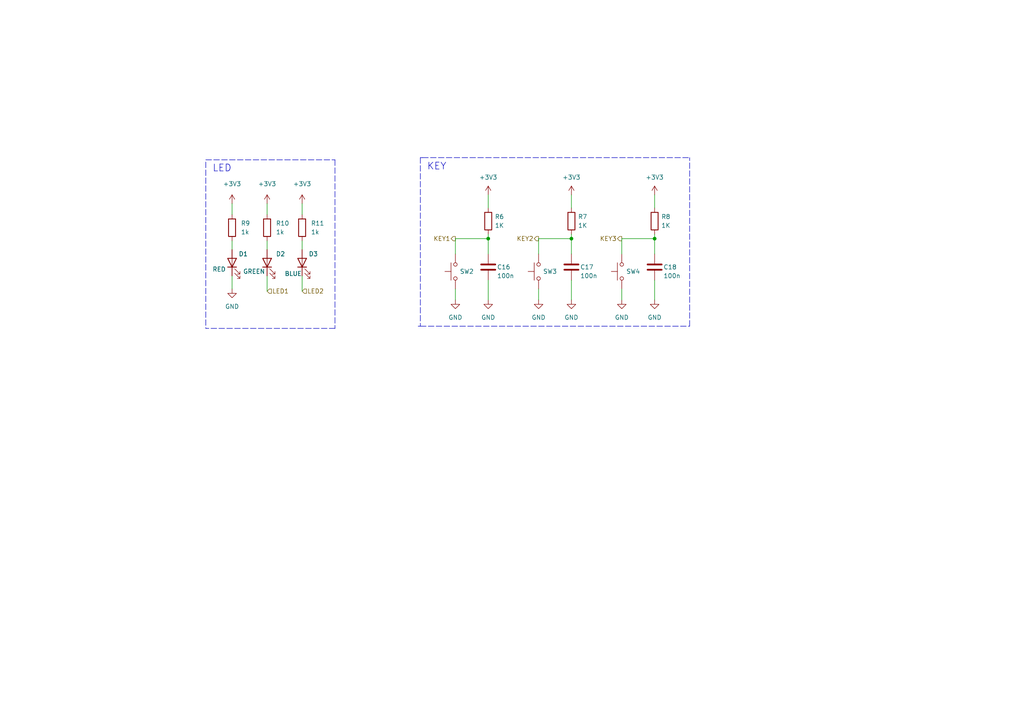
<source format=kicad_sch>
(kicad_sch (version 20211123) (generator eeschema)

  (uuid 3bb22b1b-d99a-466c-a1d2-5e77d488c794)

  (paper "A4")

  (lib_symbols
    (symbol "Device:C" (pin_numbers hide) (pin_names (offset 0.254)) (in_bom yes) (on_board yes)
      (property "Reference" "C" (id 0) (at 0.635 2.54 0)
        (effects (font (size 1.27 1.27)) (justify left))
      )
      (property "Value" "C" (id 1) (at 0.635 -2.54 0)
        (effects (font (size 1.27 1.27)) (justify left))
      )
      (property "Footprint" "" (id 2) (at 0.9652 -3.81 0)
        (effects (font (size 1.27 1.27)) hide)
      )
      (property "Datasheet" "~" (id 3) (at 0 0 0)
        (effects (font (size 1.27 1.27)) hide)
      )
      (property "ki_keywords" "cap capacitor" (id 4) (at 0 0 0)
        (effects (font (size 1.27 1.27)) hide)
      )
      (property "ki_description" "Unpolarized capacitor" (id 5) (at 0 0 0)
        (effects (font (size 1.27 1.27)) hide)
      )
      (property "ki_fp_filters" "C_*" (id 6) (at 0 0 0)
        (effects (font (size 1.27 1.27)) hide)
      )
      (symbol "C_0_1"
        (polyline
          (pts
            (xy -2.032 -0.762)
            (xy 2.032 -0.762)
          )
          (stroke (width 0.508) (type default) (color 0 0 0 0))
          (fill (type none))
        )
        (polyline
          (pts
            (xy -2.032 0.762)
            (xy 2.032 0.762)
          )
          (stroke (width 0.508) (type default) (color 0 0 0 0))
          (fill (type none))
        )
      )
      (symbol "C_1_1"
        (pin passive line (at 0 3.81 270) (length 2.794)
          (name "~" (effects (font (size 1.27 1.27))))
          (number "1" (effects (font (size 1.27 1.27))))
        )
        (pin passive line (at 0 -3.81 90) (length 2.794)
          (name "~" (effects (font (size 1.27 1.27))))
          (number "2" (effects (font (size 1.27 1.27))))
        )
      )
    )
    (symbol "Device:LED" (pin_numbers hide) (pin_names (offset 1.016) hide) (in_bom yes) (on_board yes)
      (property "Reference" "D" (id 0) (at 0 2.54 0)
        (effects (font (size 1.27 1.27)))
      )
      (property "Value" "LED" (id 1) (at 0 -2.54 0)
        (effects (font (size 1.27 1.27)))
      )
      (property "Footprint" "" (id 2) (at 0 0 0)
        (effects (font (size 1.27 1.27)) hide)
      )
      (property "Datasheet" "~" (id 3) (at 0 0 0)
        (effects (font (size 1.27 1.27)) hide)
      )
      (property "ki_keywords" "LED diode" (id 4) (at 0 0 0)
        (effects (font (size 1.27 1.27)) hide)
      )
      (property "ki_description" "Light emitting diode" (id 5) (at 0 0 0)
        (effects (font (size 1.27 1.27)) hide)
      )
      (property "ki_fp_filters" "LED* LED_SMD:* LED_THT:*" (id 6) (at 0 0 0)
        (effects (font (size 1.27 1.27)) hide)
      )
      (symbol "LED_0_1"
        (polyline
          (pts
            (xy -1.27 -1.27)
            (xy -1.27 1.27)
          )
          (stroke (width 0.254) (type default) (color 0 0 0 0))
          (fill (type none))
        )
        (polyline
          (pts
            (xy -1.27 0)
            (xy 1.27 0)
          )
          (stroke (width 0) (type default) (color 0 0 0 0))
          (fill (type none))
        )
        (polyline
          (pts
            (xy 1.27 -1.27)
            (xy 1.27 1.27)
            (xy -1.27 0)
            (xy 1.27 -1.27)
          )
          (stroke (width 0.254) (type default) (color 0 0 0 0))
          (fill (type none))
        )
        (polyline
          (pts
            (xy -3.048 -0.762)
            (xy -4.572 -2.286)
            (xy -3.81 -2.286)
            (xy -4.572 -2.286)
            (xy -4.572 -1.524)
          )
          (stroke (width 0) (type default) (color 0 0 0 0))
          (fill (type none))
        )
        (polyline
          (pts
            (xy -1.778 -0.762)
            (xy -3.302 -2.286)
            (xy -2.54 -2.286)
            (xy -3.302 -2.286)
            (xy -3.302 -1.524)
          )
          (stroke (width 0) (type default) (color 0 0 0 0))
          (fill (type none))
        )
      )
      (symbol "LED_1_1"
        (pin passive line (at -3.81 0 0) (length 2.54)
          (name "K" (effects (font (size 1.27 1.27))))
          (number "1" (effects (font (size 1.27 1.27))))
        )
        (pin passive line (at 3.81 0 180) (length 2.54)
          (name "A" (effects (font (size 1.27 1.27))))
          (number "2" (effects (font (size 1.27 1.27))))
        )
      )
    )
    (symbol "Device:R" (pin_numbers hide) (pin_names (offset 0)) (in_bom yes) (on_board yes)
      (property "Reference" "R" (id 0) (at 2.032 0 90)
        (effects (font (size 1.27 1.27)))
      )
      (property "Value" "R" (id 1) (at 0 0 90)
        (effects (font (size 1.27 1.27)))
      )
      (property "Footprint" "" (id 2) (at -1.778 0 90)
        (effects (font (size 1.27 1.27)) hide)
      )
      (property "Datasheet" "~" (id 3) (at 0 0 0)
        (effects (font (size 1.27 1.27)) hide)
      )
      (property "ki_keywords" "R res resistor" (id 4) (at 0 0 0)
        (effects (font (size 1.27 1.27)) hide)
      )
      (property "ki_description" "Resistor" (id 5) (at 0 0 0)
        (effects (font (size 1.27 1.27)) hide)
      )
      (property "ki_fp_filters" "R_*" (id 6) (at 0 0 0)
        (effects (font (size 1.27 1.27)) hide)
      )
      (symbol "R_0_1"
        (rectangle (start -1.016 -2.54) (end 1.016 2.54)
          (stroke (width 0.254) (type default) (color 0 0 0 0))
          (fill (type none))
        )
      )
      (symbol "R_1_1"
        (pin passive line (at 0 3.81 270) (length 1.27)
          (name "~" (effects (font (size 1.27 1.27))))
          (number "1" (effects (font (size 1.27 1.27))))
        )
        (pin passive line (at 0 -3.81 90) (length 1.27)
          (name "~" (effects (font (size 1.27 1.27))))
          (number "2" (effects (font (size 1.27 1.27))))
        )
      )
    )
    (symbol "Switch:SW_Push" (pin_numbers hide) (pin_names (offset 1.016) hide) (in_bom yes) (on_board yes)
      (property "Reference" "SW" (id 0) (at 1.27 2.54 0)
        (effects (font (size 1.27 1.27)) (justify left))
      )
      (property "Value" "SW_Push" (id 1) (at 0 -1.524 0)
        (effects (font (size 1.27 1.27)))
      )
      (property "Footprint" "" (id 2) (at 0 5.08 0)
        (effects (font (size 1.27 1.27)) hide)
      )
      (property "Datasheet" "~" (id 3) (at 0 5.08 0)
        (effects (font (size 1.27 1.27)) hide)
      )
      (property "ki_keywords" "switch normally-open pushbutton push-button" (id 4) (at 0 0 0)
        (effects (font (size 1.27 1.27)) hide)
      )
      (property "ki_description" "Push button switch, generic, two pins" (id 5) (at 0 0 0)
        (effects (font (size 1.27 1.27)) hide)
      )
      (symbol "SW_Push_0_1"
        (circle (center -2.032 0) (radius 0.508)
          (stroke (width 0) (type default) (color 0 0 0 0))
          (fill (type none))
        )
        (polyline
          (pts
            (xy 0 1.27)
            (xy 0 3.048)
          )
          (stroke (width 0) (type default) (color 0 0 0 0))
          (fill (type none))
        )
        (polyline
          (pts
            (xy 2.54 1.27)
            (xy -2.54 1.27)
          )
          (stroke (width 0) (type default) (color 0 0 0 0))
          (fill (type none))
        )
        (circle (center 2.032 0) (radius 0.508)
          (stroke (width 0) (type default) (color 0 0 0 0))
          (fill (type none))
        )
        (pin passive line (at -5.08 0 0) (length 2.54)
          (name "1" (effects (font (size 1.27 1.27))))
          (number "1" (effects (font (size 1.27 1.27))))
        )
        (pin passive line (at 5.08 0 180) (length 2.54)
          (name "2" (effects (font (size 1.27 1.27))))
          (number "2" (effects (font (size 1.27 1.27))))
        )
      )
    )
    (symbol "power:+3V3" (power) (pin_names (offset 0)) (in_bom yes) (on_board yes)
      (property "Reference" "#PWR" (id 0) (at 0 -3.81 0)
        (effects (font (size 1.27 1.27)) hide)
      )
      (property "Value" "+3V3" (id 1) (at 0 3.556 0)
        (effects (font (size 1.27 1.27)))
      )
      (property "Footprint" "" (id 2) (at 0 0 0)
        (effects (font (size 1.27 1.27)) hide)
      )
      (property "Datasheet" "" (id 3) (at 0 0 0)
        (effects (font (size 1.27 1.27)) hide)
      )
      (property "ki_keywords" "power-flag" (id 4) (at 0 0 0)
        (effects (font (size 1.27 1.27)) hide)
      )
      (property "ki_description" "Power symbol creates a global label with name \"+3V3\"" (id 5) (at 0 0 0)
        (effects (font (size 1.27 1.27)) hide)
      )
      (symbol "+3V3_0_1"
        (polyline
          (pts
            (xy -0.762 1.27)
            (xy 0 2.54)
          )
          (stroke (width 0) (type default) (color 0 0 0 0))
          (fill (type none))
        )
        (polyline
          (pts
            (xy 0 0)
            (xy 0 2.54)
          )
          (stroke (width 0) (type default) (color 0 0 0 0))
          (fill (type none))
        )
        (polyline
          (pts
            (xy 0 2.54)
            (xy 0.762 1.27)
          )
          (stroke (width 0) (type default) (color 0 0 0 0))
          (fill (type none))
        )
      )
      (symbol "+3V3_1_1"
        (pin power_in line (at 0 0 90) (length 0) hide
          (name "+3V3" (effects (font (size 1.27 1.27))))
          (number "1" (effects (font (size 1.27 1.27))))
        )
      )
    )
    (symbol "power:GND" (power) (pin_names (offset 0)) (in_bom yes) (on_board yes)
      (property "Reference" "#PWR" (id 0) (at 0 -6.35 0)
        (effects (font (size 1.27 1.27)) hide)
      )
      (property "Value" "GND" (id 1) (at 0 -3.81 0)
        (effects (font (size 1.27 1.27)))
      )
      (property "Footprint" "" (id 2) (at 0 0 0)
        (effects (font (size 1.27 1.27)) hide)
      )
      (property "Datasheet" "" (id 3) (at 0 0 0)
        (effects (font (size 1.27 1.27)) hide)
      )
      (property "ki_keywords" "power-flag" (id 4) (at 0 0 0)
        (effects (font (size 1.27 1.27)) hide)
      )
      (property "ki_description" "Power symbol creates a global label with name \"GND\" , ground" (id 5) (at 0 0 0)
        (effects (font (size 1.27 1.27)) hide)
      )
      (symbol "GND_0_1"
        (polyline
          (pts
            (xy 0 0)
            (xy 0 -1.27)
            (xy 1.27 -1.27)
            (xy 0 -2.54)
            (xy -1.27 -1.27)
            (xy 0 -1.27)
          )
          (stroke (width 0) (type default) (color 0 0 0 0))
          (fill (type none))
        )
      )
      (symbol "GND_1_1"
        (pin power_in line (at 0 0 270) (length 0) hide
          (name "GND" (effects (font (size 1.27 1.27))))
          (number "1" (effects (font (size 1.27 1.27))))
        )
      )
    )
  )

  (junction (at 165.735 69.215) (diameter 0) (color 0 0 0 0)
    (uuid 1fdefb8b-896a-4f71-b831-fae68296a239)
  )
  (junction (at 141.605 69.215) (diameter 0) (color 0 0 0 0)
    (uuid 8e38dc31-0600-40bc-9796-f268e2a415ce)
  )
  (junction (at 189.865 69.215) (diameter 0) (color 0 0 0 0)
    (uuid be160edb-dced-44cd-9bdc-e6cbe27eb4eb)
  )

  (wire (pts (xy 141.605 56.515) (xy 141.605 60.325))
    (stroke (width 0) (type default) (color 0 0 0 0))
    (uuid 0c90165f-b9d7-4a1e-a3ad-2a9b2a13aa11)
  )
  (wire (pts (xy 180.34 83.82) (xy 180.34 86.995))
    (stroke (width 0) (type default) (color 0 0 0 0))
    (uuid 152517e0-064f-4b0a-b776-adff334e1fd4)
  )
  (wire (pts (xy 141.605 69.215) (xy 141.605 73.66))
    (stroke (width 0) (type default) (color 0 0 0 0))
    (uuid 1e6c0fef-9dc2-4036-9ec8-d5a59bad071e)
  )
  (wire (pts (xy 141.605 81.28) (xy 141.605 86.995))
    (stroke (width 0) (type default) (color 0 0 0 0))
    (uuid 1eb98762-100a-41d3-8c1c-61a38e38d82d)
  )
  (wire (pts (xy 87.63 80.01) (xy 87.63 84.455))
    (stroke (width 0) (type default) (color 0 0 0 0))
    (uuid 1f8cdc36-617d-4bd6-855b-8ef19c87b1a8)
  )
  (wire (pts (xy 156.21 69.215) (xy 165.735 69.215))
    (stroke (width 0) (type default) (color 0 0 0 0))
    (uuid 201e781e-9706-4f47-b8f8-1dff4d65f995)
  )
  (wire (pts (xy 180.34 69.215) (xy 180.34 73.66))
    (stroke (width 0) (type default) (color 0 0 0 0))
    (uuid 2b7704f5-9a7a-40df-94c0-5ee49c1188bc)
  )
  (wire (pts (xy 156.21 69.215) (xy 156.21 73.66))
    (stroke (width 0) (type default) (color 0 0 0 0))
    (uuid 2be292d3-b10c-4bc0-8826-39f655fed5cf)
  )
  (wire (pts (xy 132.08 69.215) (xy 132.08 73.66))
    (stroke (width 0) (type default) (color 0 0 0 0))
    (uuid 324fc4f0-45dd-41a2-9196-c0d379ad5ff1)
  )
  (wire (pts (xy 189.865 69.215) (xy 189.865 73.66))
    (stroke (width 0) (type default) (color 0 0 0 0))
    (uuid 374f3ae4-5903-4ff4-84ba-ced24424ce13)
  )
  (wire (pts (xy 132.08 83.82) (xy 132.08 86.995))
    (stroke (width 0) (type default) (color 0 0 0 0))
    (uuid 381e1637-6f96-43d1-9bfa-1be7010e2ebe)
  )
  (wire (pts (xy 165.735 56.515) (xy 165.735 60.325))
    (stroke (width 0) (type default) (color 0 0 0 0))
    (uuid 3934ce71-6114-4ad1-aa9f-e8ded88ea937)
  )
  (wire (pts (xy 189.865 81.28) (xy 189.865 86.995))
    (stroke (width 0) (type default) (color 0 0 0 0))
    (uuid 3d3cd56a-e1a3-41a5-a602-d85b01739363)
  )
  (polyline (pts (xy 122.555 45.72) (xy 200.025 45.72))
    (stroke (width 0) (type default) (color 0 0 0 0))
    (uuid 3e11bc5e-193c-4b97-a7de-c70ff5984ca1)
  )

  (wire (pts (xy 87.63 59.055) (xy 87.63 62.23))
    (stroke (width 0) (type default) (color 0 0 0 0))
    (uuid 3fe7be0d-3c36-4744-ab8e-2ad555842819)
  )
  (wire (pts (xy 67.31 69.85) (xy 67.31 72.39))
    (stroke (width 0) (type default) (color 0 0 0 0))
    (uuid 3ff5adc6-7942-478c-b89f-df0a5f0dcd95)
  )
  (polyline (pts (xy 59.69 46.355) (xy 97.155 46.355))
    (stroke (width 0) (type default) (color 0 0 0 0))
    (uuid 42a4f87b-6e60-4306-8f1f-04493594d5ab)
  )
  (polyline (pts (xy 97.155 95.25) (xy 59.69 95.25))
    (stroke (width 0) (type default) (color 0 0 0 0))
    (uuid 46841187-df5d-4ea3-a743-6d9bc7f7481a)
  )
  (polyline (pts (xy 121.92 45.72) (xy 122.555 45.72))
    (stroke (width 0) (type default) (color 0 0 0 0))
    (uuid 521f6587-1029-4848-9970-c275aab2dcd9)
  )

  (wire (pts (xy 165.735 67.945) (xy 165.735 69.215))
    (stroke (width 0) (type default) (color 0 0 0 0))
    (uuid 5d06b8d4-7913-4d41-b9d1-5426a359c754)
  )
  (wire (pts (xy 141.605 67.945) (xy 141.605 69.215))
    (stroke (width 0) (type default) (color 0 0 0 0))
    (uuid 5d497c96-2067-4428-9551-cc2892dd2a85)
  )
  (wire (pts (xy 67.31 80.01) (xy 67.31 83.82))
    (stroke (width 0) (type default) (color 0 0 0 0))
    (uuid 60f3f702-090d-43f5-996a-108e8f28b3c2)
  )
  (polyline (pts (xy 121.285 94.615) (xy 121.92 94.615))
    (stroke (width 0) (type default) (color 0 0 0 0))
    (uuid 6de9435f-f833-4c0f-805c-27c3ae1c99ab)
  )

  (wire (pts (xy 132.08 69.215) (xy 141.605 69.215))
    (stroke (width 0) (type default) (color 0 0 0 0))
    (uuid 74fbaf21-39ae-4423-82db-8b465dba5409)
  )
  (polyline (pts (xy 97.155 46.355) (xy 97.155 95.25))
    (stroke (width 0) (type default) (color 0 0 0 0))
    (uuid 81251120-9f23-4a9a-a2d3-288afd8511ed)
  )

  (wire (pts (xy 165.735 81.28) (xy 165.735 86.995))
    (stroke (width 0) (type default) (color 0 0 0 0))
    (uuid 855911cf-52e1-4eb3-a923-e83e4edc2f0e)
  )
  (polyline (pts (xy 200.025 94.615) (xy 200.025 45.72))
    (stroke (width 0) (type default) (color 0 0 0 0))
    (uuid 9930cee6-53c7-4e69-9334-aff8a2f44a61)
  )
  (polyline (pts (xy 121.92 45.72) (xy 121.92 94.615))
    (stroke (width 0) (type default) (color 0 0 0 0))
    (uuid 9a9eca1f-389a-4d47-b884-cb11d1499055)
  )

  (wire (pts (xy 87.63 69.85) (xy 87.63 72.39))
    (stroke (width 0) (type default) (color 0 0 0 0))
    (uuid 9d740bbc-a8fa-47d3-8c07-32dae4ccdd5f)
  )
  (polyline (pts (xy 121.92 94.615) (xy 200.025 94.615))
    (stroke (width 0) (type default) (color 0 0 0 0))
    (uuid a1de0736-2b02-4e56-8a90-374132a876b4)
  )

  (wire (pts (xy 165.735 69.215) (xy 165.735 73.66))
    (stroke (width 0) (type default) (color 0 0 0 0))
    (uuid a5433a69-ee05-4cd4-aad0-f3b196a32d3d)
  )
  (wire (pts (xy 67.31 59.055) (xy 67.31 62.23))
    (stroke (width 0) (type default) (color 0 0 0 0))
    (uuid afb264a8-a8f1-430e-a85c-6a1138fcae1a)
  )
  (wire (pts (xy 77.47 80.01) (xy 77.47 84.455))
    (stroke (width 0) (type default) (color 0 0 0 0))
    (uuid c084f09e-a3e9-48fe-a50a-4b96279fe223)
  )
  (wire (pts (xy 189.865 67.945) (xy 189.865 69.215))
    (stroke (width 0) (type default) (color 0 0 0 0))
    (uuid c3ffe89b-b212-4916-9846-10b13852fa3e)
  )
  (wire (pts (xy 189.865 56.515) (xy 189.865 60.325))
    (stroke (width 0) (type default) (color 0 0 0 0))
    (uuid c73a2ca0-33b7-4dd4-9916-995f483c7c94)
  )
  (wire (pts (xy 77.47 69.85) (xy 77.47 72.39))
    (stroke (width 0) (type default) (color 0 0 0 0))
    (uuid cc7f804c-e8dd-4a68-a2da-ff64ade2aabb)
  )
  (wire (pts (xy 156.21 83.82) (xy 156.21 86.995))
    (stroke (width 0) (type default) (color 0 0 0 0))
    (uuid d7e3203a-ce71-4b74-868e-a93fcad8e0e4)
  )
  (wire (pts (xy 77.47 59.055) (xy 77.47 62.23))
    (stroke (width 0) (type default) (color 0 0 0 0))
    (uuid de6df302-b722-4d1f-a4ef-1a08ca1921eb)
  )
  (polyline (pts (xy 59.69 46.99) (xy 59.69 95.25))
    (stroke (width 0) (type default) (color 0 0 0 0))
    (uuid efcd4024-508c-48e2-9568-1352800648a9)
  )

  (wire (pts (xy 180.34 69.215) (xy 189.865 69.215))
    (stroke (width 0) (type default) (color 0 0 0 0))
    (uuid f7e8ecb2-3b6b-475e-b49d-aaa09765d32d)
  )

  (text "KEY" (at 123.825 49.53 0)
    (effects (font (size 2 2)) (justify left bottom))
    (uuid ced3cdb3-40ee-4978-bc0e-08fdc431ce78)
  )
  (text "LED\n\n\n" (at 61.595 56.515 0)
    (effects (font (size 2 2)) (justify left bottom))
    (uuid e04c7dd0-007f-497e-8ad0-6f9cf1a58739)
  )

  (hierarchical_label "LED2" (shape input) (at 87.63 84.455 0)
    (effects (font (size 1.27 1.27)) (justify left))
    (uuid 244ca16c-0227-40d1-a9c7-4dc1037d384a)
  )
  (hierarchical_label "KEY2" (shape output) (at 156.21 69.215 180)
    (effects (font (size 1.27 1.27)) (justify right))
    (uuid 5684a898-3703-41cd-976f-d8780cfd25af)
  )
  (hierarchical_label "LED1" (shape input) (at 77.47 84.455 0)
    (effects (font (size 1.27 1.27)) (justify left))
    (uuid 785263e1-64fa-401c-95a0-ed9863af97c0)
  )
  (hierarchical_label "KEY1" (shape output) (at 132.08 69.215 180)
    (effects (font (size 1.27 1.27)) (justify right))
    (uuid 79e7a407-9976-4c17-a65f-cc8b8b665d22)
  )
  (hierarchical_label "KEY3" (shape output) (at 180.34 69.215 180)
    (effects (font (size 1.27 1.27)) (justify right))
    (uuid cb8a2355-606c-4372-b74b-b3ad456b783a)
  )

  (symbol (lib_id "Device:C") (at 141.605 77.47 0) (unit 1)
    (in_bom yes) (on_board yes)
    (uuid 016c9176-eb2e-47f7-b011-41637061e4c8)
    (property "Reference" "C16" (id 0) (at 144.145 77.47 0)
      (effects (font (size 1.27 1.27)) (justify left))
    )
    (property "Value" "100n" (id 1) (at 144.145 80.01 0)
      (effects (font (size 1.27 1.27)) (justify left))
    )
    (property "Footprint" "" (id 2) (at 142.5702 81.28 0)
      (effects (font (size 1.27 1.27)) hide)
    )
    (property "Datasheet" "~" (id 3) (at 141.605 77.47 0)
      (effects (font (size 1.27 1.27)) hide)
    )
    (pin "1" (uuid c0b493cf-d3f5-449d-b185-55d2e42b7c49))
    (pin "2" (uuid f271494b-d9f9-48cb-9073-7a346df7fe67))
  )

  (symbol (lib_id "power:+3V3") (at 189.865 56.515 0) (unit 1)
    (in_bom yes) (on_board yes) (fields_autoplaced)
    (uuid 06ff20ac-41d2-4cba-add0-1d2368db89d0)
    (property "Reference" "#PWR0130" (id 0) (at 189.865 60.325 0)
      (effects (font (size 1.27 1.27)) hide)
    )
    (property "Value" "+3V3" (id 1) (at 189.865 51.435 0))
    (property "Footprint" "" (id 2) (at 189.865 56.515 0)
      (effects (font (size 1.27 1.27)) hide)
    )
    (property "Datasheet" "" (id 3) (at 189.865 56.515 0)
      (effects (font (size 1.27 1.27)) hide)
    )
    (pin "1" (uuid 03299697-4fba-44b6-b116-d1f746fd156c))
  )

  (symbol (lib_id "power:GND") (at 141.605 86.995 0) (unit 1)
    (in_bom yes) (on_board yes) (fields_autoplaced)
    (uuid 0bd7964d-3ca3-4c74-a5b3-0c2a1941f95b)
    (property "Reference" "#PWR0135" (id 0) (at 141.605 93.345 0)
      (effects (font (size 1.27 1.27)) hide)
    )
    (property "Value" "GND" (id 1) (at 141.605 92.075 0))
    (property "Footprint" "" (id 2) (at 141.605 86.995 0)
      (effects (font (size 1.27 1.27)) hide)
    )
    (property "Datasheet" "" (id 3) (at 141.605 86.995 0)
      (effects (font (size 1.27 1.27)) hide)
    )
    (pin "1" (uuid b715a8d7-afd3-45aa-8884-9a61da5ed0c4))
  )

  (symbol (lib_id "Device:R") (at 189.865 64.135 0) (unit 1)
    (in_bom yes) (on_board yes) (fields_autoplaced)
    (uuid 0ef21663-473d-43f9-9d00-baa45ac1ac28)
    (property "Reference" "R8" (id 0) (at 191.77 62.8649 0)
      (effects (font (size 1.27 1.27)) (justify left))
    )
    (property "Value" "1K" (id 1) (at 191.77 65.4049 0)
      (effects (font (size 1.27 1.27)) (justify left))
    )
    (property "Footprint" "" (id 2) (at 188.087 64.135 90)
      (effects (font (size 1.27 1.27)) hide)
    )
    (property "Datasheet" "~" (id 3) (at 189.865 64.135 0)
      (effects (font (size 1.27 1.27)) hide)
    )
    (pin "1" (uuid 61e99078-8fe5-4fd8-b168-5e2463dfc99c))
    (pin "2" (uuid abda182a-d843-4116-b1fb-802eeaf69299))
  )

  (symbol (lib_id "Device:LED") (at 67.31 76.2 90) (unit 1)
    (in_bom yes) (on_board yes)
    (uuid 17517155-4093-4a6b-94ac-cbaab8caa168)
    (property "Reference" "D1" (id 0) (at 69.215 73.66 90)
      (effects (font (size 1.27 1.27)) (justify right))
    )
    (property "Value" "RED" (id 1) (at 61.595 78.105 90)
      (effects (font (size 1.27 1.27)) (justify right))
    )
    (property "Footprint" "" (id 2) (at 67.31 76.2 0)
      (effects (font (size 1.27 1.27)) hide)
    )
    (property "Datasheet" "~" (id 3) (at 67.31 76.2 0)
      (effects (font (size 1.27 1.27)) hide)
    )
    (pin "1" (uuid 0e67d733-749e-4004-ae2d-b1a7bd1c1537))
    (pin "2" (uuid 3d3ce7c3-6e54-4ec4-84e6-dd7700f0720e))
  )

  (symbol (lib_id "Device:LED") (at 87.63 76.2 90) (unit 1)
    (in_bom yes) (on_board yes)
    (uuid 18454330-0d18-4041-bc8a-afd14b16bd15)
    (property "Reference" "D3" (id 0) (at 89.535 73.66 90)
      (effects (font (size 1.27 1.27)) (justify right))
    )
    (property "Value" "BLUE" (id 1) (at 82.55 79.375 90)
      (effects (font (size 1.27 1.27)) (justify right))
    )
    (property "Footprint" "" (id 2) (at 87.63 76.2 0)
      (effects (font (size 1.27 1.27)) hide)
    )
    (property "Datasheet" "~" (id 3) (at 87.63 76.2 0)
      (effects (font (size 1.27 1.27)) hide)
    )
    (pin "1" (uuid f6591b48-3f33-4ff7-8f31-3c7f40022d69))
    (pin "2" (uuid 2b92b5c2-e5cd-462e-8144-e1ba2751759a))
  )

  (symbol (lib_id "power:+3V3") (at 141.605 56.515 0) (unit 1)
    (in_bom yes) (on_board yes) (fields_autoplaced)
    (uuid 1d6a2c09-f49f-49a1-93cf-3d876cae824a)
    (property "Reference" "#PWR0131" (id 0) (at 141.605 60.325 0)
      (effects (font (size 1.27 1.27)) hide)
    )
    (property "Value" "+3V3" (id 1) (at 141.605 51.435 0))
    (property "Footprint" "" (id 2) (at 141.605 56.515 0)
      (effects (font (size 1.27 1.27)) hide)
    )
    (property "Datasheet" "" (id 3) (at 141.605 56.515 0)
      (effects (font (size 1.27 1.27)) hide)
    )
    (pin "1" (uuid 529dced1-e030-446b-b437-1890619bdc38))
  )

  (symbol (lib_id "Device:R") (at 87.63 66.04 0) (unit 1)
    (in_bom yes) (on_board yes) (fields_autoplaced)
    (uuid 30b0633b-97e1-4112-a760-22cb28561b60)
    (property "Reference" "R11" (id 0) (at 90.17 64.7699 0)
      (effects (font (size 1.27 1.27)) (justify left))
    )
    (property "Value" "1k" (id 1) (at 90.17 67.3099 0)
      (effects (font (size 1.27 1.27)) (justify left))
    )
    (property "Footprint" "" (id 2) (at 85.852 66.04 90)
      (effects (font (size 1.27 1.27)) hide)
    )
    (property "Datasheet" "~" (id 3) (at 87.63 66.04 0)
      (effects (font (size 1.27 1.27)) hide)
    )
    (pin "1" (uuid 4b3d084f-5524-4c1e-ae70-0dab623a112a))
    (pin "2" (uuid 51c9bf32-d0d2-4278-a677-774294ac1aa4))
  )

  (symbol (lib_id "Device:R") (at 77.47 66.04 0) (unit 1)
    (in_bom yes) (on_board yes) (fields_autoplaced)
    (uuid 38038fd3-b9a9-4694-8173-338b5df52c2e)
    (property "Reference" "R10" (id 0) (at 80.01 64.7699 0)
      (effects (font (size 1.27 1.27)) (justify left))
    )
    (property "Value" "1k" (id 1) (at 80.01 67.3099 0)
      (effects (font (size 1.27 1.27)) (justify left))
    )
    (property "Footprint" "" (id 2) (at 75.692 66.04 90)
      (effects (font (size 1.27 1.27)) hide)
    )
    (property "Datasheet" "~" (id 3) (at 77.47 66.04 0)
      (effects (font (size 1.27 1.27)) hide)
    )
    (pin "1" (uuid 32074d27-ea03-4c9c-bfae-a46467234d4a))
    (pin "2" (uuid dfa9bdd3-c3c4-4b6e-be16-58ad862467d0))
  )

  (symbol (lib_id "Device:C") (at 165.735 77.47 0) (unit 1)
    (in_bom yes) (on_board yes)
    (uuid 40fa82d6-ad2b-4621-b06d-b4b01599412b)
    (property "Reference" "C17" (id 0) (at 168.275 77.47 0)
      (effects (font (size 1.27 1.27)) (justify left))
    )
    (property "Value" "100n" (id 1) (at 168.275 80.01 0)
      (effects (font (size 1.27 1.27)) (justify left))
    )
    (property "Footprint" "" (id 2) (at 166.7002 81.28 0)
      (effects (font (size 1.27 1.27)) hide)
    )
    (property "Datasheet" "~" (id 3) (at 165.735 77.47 0)
      (effects (font (size 1.27 1.27)) hide)
    )
    (pin "1" (uuid da60286f-85b3-4b88-b9a3-6be488387b38))
    (pin "2" (uuid 1ce5670e-e96f-4662-b6f3-24dde855024b))
  )

  (symbol (lib_id "power:GND") (at 180.34 86.995 0) (unit 1)
    (in_bom yes) (on_board yes) (fields_autoplaced)
    (uuid 5063d089-ff3d-40d6-80b2-06605421233a)
    (property "Reference" "#PWR0128" (id 0) (at 180.34 93.345 0)
      (effects (font (size 1.27 1.27)) hide)
    )
    (property "Value" "GND" (id 1) (at 180.34 92.075 0))
    (property "Footprint" "" (id 2) (at 180.34 86.995 0)
      (effects (font (size 1.27 1.27)) hide)
    )
    (property "Datasheet" "" (id 3) (at 180.34 86.995 0)
      (effects (font (size 1.27 1.27)) hide)
    )
    (pin "1" (uuid 05bb6f73-4e84-45cc-9ac3-04ddd7b64481))
  )

  (symbol (lib_id "Device:LED") (at 77.47 76.2 90) (unit 1)
    (in_bom yes) (on_board yes)
    (uuid 54e05870-90e1-4dcb-ad3a-dc54acdc3cec)
    (property "Reference" "D2" (id 0) (at 80.01 73.66 90)
      (effects (font (size 1.27 1.27)) (justify right))
    )
    (property "Value" "GREEN" (id 1) (at 70.485 78.74 90)
      (effects (font (size 1.27 1.27)) (justify right))
    )
    (property "Footprint" "" (id 2) (at 77.47 76.2 0)
      (effects (font (size 1.27 1.27)) hide)
    )
    (property "Datasheet" "~" (id 3) (at 77.47 76.2 0)
      (effects (font (size 1.27 1.27)) hide)
    )
    (pin "1" (uuid 028df3ed-f544-4258-9fb0-e1e7696ec366))
    (pin "2" (uuid 714d19b4-d309-4d97-8817-b0652c4e03d0))
  )

  (symbol (lib_id "power:GND") (at 189.865 86.995 0) (unit 1)
    (in_bom yes) (on_board yes) (fields_autoplaced)
    (uuid 5a539698-b260-4b75-b51a-146be8a0da45)
    (property "Reference" "#PWR0129" (id 0) (at 189.865 93.345 0)
      (effects (font (size 1.27 1.27)) hide)
    )
    (property "Value" "GND" (id 1) (at 189.865 92.075 0))
    (property "Footprint" "" (id 2) (at 189.865 86.995 0)
      (effects (font (size 1.27 1.27)) hide)
    )
    (property "Datasheet" "" (id 3) (at 189.865 86.995 0)
      (effects (font (size 1.27 1.27)) hide)
    )
    (pin "1" (uuid e25cb74a-0d66-4934-86e2-0f4e7e494afd))
  )

  (symbol (lib_id "Device:R") (at 141.605 64.135 0) (unit 1)
    (in_bom yes) (on_board yes) (fields_autoplaced)
    (uuid 6317f75d-8c58-4f35-b356-56debc332f1a)
    (property "Reference" "R6" (id 0) (at 143.51 62.8649 0)
      (effects (font (size 1.27 1.27)) (justify left))
    )
    (property "Value" "1K" (id 1) (at 143.51 65.4049 0)
      (effects (font (size 1.27 1.27)) (justify left))
    )
    (property "Footprint" "" (id 2) (at 139.827 64.135 90)
      (effects (font (size 1.27 1.27)) hide)
    )
    (property "Datasheet" "~" (id 3) (at 141.605 64.135 0)
      (effects (font (size 1.27 1.27)) hide)
    )
    (pin "1" (uuid 1d097cec-909e-462d-8318-3e45a0a4c797))
    (pin "2" (uuid aa955bc6-816b-41d1-8e95-37693c732e59))
  )

  (symbol (lib_id "power:GND") (at 67.31 83.82 0) (unit 1)
    (in_bom yes) (on_board yes) (fields_autoplaced)
    (uuid 6f0a37e7-d466-43f2-8762-91c1bd21d58c)
    (property "Reference" "#PWR0127" (id 0) (at 67.31 90.17 0)
      (effects (font (size 1.27 1.27)) hide)
    )
    (property "Value" "GND" (id 1) (at 67.31 88.9 0))
    (property "Footprint" "" (id 2) (at 67.31 83.82 0)
      (effects (font (size 1.27 1.27)) hide)
    )
    (property "Datasheet" "" (id 3) (at 67.31 83.82 0)
      (effects (font (size 1.27 1.27)) hide)
    )
    (pin "1" (uuid cd9f8174-80b5-4d11-8dbc-6fb9a454cf72))
  )

  (symbol (lib_id "power:+3V3") (at 77.47 59.055 0) (unit 1)
    (in_bom yes) (on_board yes) (fields_autoplaced)
    (uuid 75998ece-1ffb-47c6-83c4-e44ae5112553)
    (property "Reference" "#PWR0138" (id 0) (at 77.47 62.865 0)
      (effects (font (size 1.27 1.27)) hide)
    )
    (property "Value" "+3V3" (id 1) (at 77.47 53.34 0))
    (property "Footprint" "" (id 2) (at 77.47 59.055 0)
      (effects (font (size 1.27 1.27)) hide)
    )
    (property "Datasheet" "" (id 3) (at 77.47 59.055 0)
      (effects (font (size 1.27 1.27)) hide)
    )
    (pin "1" (uuid 1ea1fb03-cfbf-43e6-89da-bf8f095523fb))
  )

  (symbol (lib_id "Device:R") (at 165.735 64.135 0) (unit 1)
    (in_bom yes) (on_board yes) (fields_autoplaced)
    (uuid 75dc9d71-2932-4d0d-a6b9-7cc301218e9c)
    (property "Reference" "R7" (id 0) (at 167.64 62.8649 0)
      (effects (font (size 1.27 1.27)) (justify left))
    )
    (property "Value" "1K" (id 1) (at 167.64 65.4049 0)
      (effects (font (size 1.27 1.27)) (justify left))
    )
    (property "Footprint" "" (id 2) (at 163.957 64.135 90)
      (effects (font (size 1.27 1.27)) hide)
    )
    (property "Datasheet" "~" (id 3) (at 165.735 64.135 0)
      (effects (font (size 1.27 1.27)) hide)
    )
    (pin "1" (uuid 89c5a8f2-c9f0-418c-91a2-e8be271746c9))
    (pin "2" (uuid 6280e6d1-d459-43f3-8ec1-bf82364def7f))
  )

  (symbol (lib_id "power:GND") (at 132.08 86.995 0) (unit 1)
    (in_bom yes) (on_board yes) (fields_autoplaced)
    (uuid 782e823f-271c-428e-8ecc-6f1a71567811)
    (property "Reference" "#PWR0133" (id 0) (at 132.08 93.345 0)
      (effects (font (size 1.27 1.27)) hide)
    )
    (property "Value" "GND" (id 1) (at 132.08 92.075 0))
    (property "Footprint" "" (id 2) (at 132.08 86.995 0)
      (effects (font (size 1.27 1.27)) hide)
    )
    (property "Datasheet" "" (id 3) (at 132.08 86.995 0)
      (effects (font (size 1.27 1.27)) hide)
    )
    (pin "1" (uuid 10e05ec5-0517-4f96-ac81-8e76d87e7778))
  )

  (symbol (lib_id "Switch:SW_Push") (at 180.34 78.74 90) (unit 1)
    (in_bom yes) (on_board yes)
    (uuid 88b0236d-7d7e-440a-8a26-0bec85aa8cd4)
    (property "Reference" "SW4" (id 0) (at 181.61 78.7399 90)
      (effects (font (size 1.27 1.27)) (justify right))
    )
    (property "Value" "SW_Push" (id 1) (at 181.61 80.0099 90)
      (effects (font (size 1.27 1.27)) (justify right) hide)
    )
    (property "Footprint" "" (id 2) (at 175.26 78.74 0)
      (effects (font (size 1.27 1.27)) hide)
    )
    (property "Datasheet" "~" (id 3) (at 175.26 78.74 0)
      (effects (font (size 1.27 1.27)) hide)
    )
    (pin "1" (uuid 2ce25bcf-9a1b-4898-852b-d69f427b5e5b))
    (pin "2" (uuid a0507b90-c665-415e-a5a2-aa0682c3b9d8))
  )

  (symbol (lib_id "power:+3V3") (at 87.63 59.055 0) (unit 1)
    (in_bom yes) (on_board yes) (fields_autoplaced)
    (uuid 9fddc7c1-c48f-478c-8210-b183a8e461b2)
    (property "Reference" "#PWR0139" (id 0) (at 87.63 62.865 0)
      (effects (font (size 1.27 1.27)) hide)
    )
    (property "Value" "+3V3" (id 1) (at 87.63 53.34 0))
    (property "Footprint" "" (id 2) (at 87.63 59.055 0)
      (effects (font (size 1.27 1.27)) hide)
    )
    (property "Datasheet" "" (id 3) (at 87.63 59.055 0)
      (effects (font (size 1.27 1.27)) hide)
    )
    (pin "1" (uuid 9d304a82-8272-4e15-bd88-b2e62555bf1d))
  )

  (symbol (lib_id "power:+3V3") (at 67.31 59.055 0) (unit 1)
    (in_bom yes) (on_board yes) (fields_autoplaced)
    (uuid a0eb228a-5c7a-4183-b134-9024657c6796)
    (property "Reference" "#PWR0137" (id 0) (at 67.31 62.865 0)
      (effects (font (size 1.27 1.27)) hide)
    )
    (property "Value" "+3V3" (id 1) (at 67.31 53.34 0))
    (property "Footprint" "" (id 2) (at 67.31 59.055 0)
      (effects (font (size 1.27 1.27)) hide)
    )
    (property "Datasheet" "" (id 3) (at 67.31 59.055 0)
      (effects (font (size 1.27 1.27)) hide)
    )
    (pin "1" (uuid 01dfb586-576d-4914-834c-fbaea3925aae))
  )

  (symbol (lib_id "power:GND") (at 165.735 86.995 0) (unit 1)
    (in_bom yes) (on_board yes) (fields_autoplaced)
    (uuid a864467b-c6d4-434e-a6af-21d4cf1ab74d)
    (property "Reference" "#PWR0134" (id 0) (at 165.735 93.345 0)
      (effects (font (size 1.27 1.27)) hide)
    )
    (property "Value" "GND" (id 1) (at 165.735 92.075 0))
    (property "Footprint" "" (id 2) (at 165.735 86.995 0)
      (effects (font (size 1.27 1.27)) hide)
    )
    (property "Datasheet" "" (id 3) (at 165.735 86.995 0)
      (effects (font (size 1.27 1.27)) hide)
    )
    (pin "1" (uuid 99cff85e-bdbc-413c-b62e-33c793551ff3))
  )

  (symbol (lib_id "power:+3V3") (at 165.735 56.515 0) (unit 1)
    (in_bom yes) (on_board yes) (fields_autoplaced)
    (uuid d3d3396e-6119-42cc-99f3-ac970454ac1a)
    (property "Reference" "#PWR0132" (id 0) (at 165.735 60.325 0)
      (effects (font (size 1.27 1.27)) hide)
    )
    (property "Value" "+3V3" (id 1) (at 165.735 51.435 0))
    (property "Footprint" "" (id 2) (at 165.735 56.515 0)
      (effects (font (size 1.27 1.27)) hide)
    )
    (property "Datasheet" "" (id 3) (at 165.735 56.515 0)
      (effects (font (size 1.27 1.27)) hide)
    )
    (pin "1" (uuid c22806de-50f0-4e00-a8f0-31653b3f40fa))
  )

  (symbol (lib_id "power:GND") (at 156.21 86.995 0) (unit 1)
    (in_bom yes) (on_board yes) (fields_autoplaced)
    (uuid e2379ee6-3bbc-47b4-8af6-615779defb61)
    (property "Reference" "#PWR0136" (id 0) (at 156.21 93.345 0)
      (effects (font (size 1.27 1.27)) hide)
    )
    (property "Value" "GND" (id 1) (at 156.21 92.075 0))
    (property "Footprint" "" (id 2) (at 156.21 86.995 0)
      (effects (font (size 1.27 1.27)) hide)
    )
    (property "Datasheet" "" (id 3) (at 156.21 86.995 0)
      (effects (font (size 1.27 1.27)) hide)
    )
    (pin "1" (uuid 10c870fb-26dc-4c73-884c-8e5ed904fa18))
  )

  (symbol (lib_id "Device:R") (at 67.31 66.04 0) (unit 1)
    (in_bom yes) (on_board yes) (fields_autoplaced)
    (uuid e2ec4404-adbc-4be0-870d-0718479f4e19)
    (property "Reference" "R9" (id 0) (at 69.85 64.7699 0)
      (effects (font (size 1.27 1.27)) (justify left))
    )
    (property "Value" "1k" (id 1) (at 69.85 67.3099 0)
      (effects (font (size 1.27 1.27)) (justify left))
    )
    (property "Footprint" "" (id 2) (at 65.532 66.04 90)
      (effects (font (size 1.27 1.27)) hide)
    )
    (property "Datasheet" "~" (id 3) (at 67.31 66.04 0)
      (effects (font (size 1.27 1.27)) hide)
    )
    (pin "1" (uuid 6bdd8a5b-f3c1-455e-a05f-d39dc84b18fe))
    (pin "2" (uuid fa760ac6-98b0-4dbd-9100-e9f37235e5fa))
  )

  (symbol (lib_id "Switch:SW_Push") (at 156.21 78.74 90) (unit 1)
    (in_bom yes) (on_board yes)
    (uuid ec3d46f7-eafe-4d67-90ed-38bf879cb03d)
    (property "Reference" "SW3" (id 0) (at 157.48 78.7399 90)
      (effects (font (size 1.27 1.27)) (justify right))
    )
    (property "Value" "SW_Push" (id 1) (at 157.48 80.0099 90)
      (effects (font (size 1.27 1.27)) (justify right) hide)
    )
    (property "Footprint" "" (id 2) (at 151.13 78.74 0)
      (effects (font (size 1.27 1.27)) hide)
    )
    (property "Datasheet" "~" (id 3) (at 151.13 78.74 0)
      (effects (font (size 1.27 1.27)) hide)
    )
    (pin "1" (uuid a6153f4c-10c4-480b-bc25-2d0d3e7dfe02))
    (pin "2" (uuid 5784f84d-74dd-45ba-aef0-d4b2411c83ed))
  )

  (symbol (lib_id "Device:C") (at 189.865 77.47 0) (unit 1)
    (in_bom yes) (on_board yes)
    (uuid f474b170-601e-4002-9e93-6e8e7a0d78f8)
    (property "Reference" "C18" (id 0) (at 192.405 77.47 0)
      (effects (font (size 1.27 1.27)) (justify left))
    )
    (property "Value" "100n" (id 1) (at 192.405 80.01 0)
      (effects (font (size 1.27 1.27)) (justify left))
    )
    (property "Footprint" "" (id 2) (at 190.8302 81.28 0)
      (effects (font (size 1.27 1.27)) hide)
    )
    (property "Datasheet" "~" (id 3) (at 189.865 77.47 0)
      (effects (font (size 1.27 1.27)) hide)
    )
    (pin "1" (uuid 2570a170-98ce-4dea-92a8-fd491368cc16))
    (pin "2" (uuid 3acba13b-236a-4d50-a382-035cb4cc1dd5))
  )

  (symbol (lib_id "Switch:SW_Push") (at 132.08 78.74 90) (unit 1)
    (in_bom yes) (on_board yes) (fields_autoplaced)
    (uuid f4837308-b574-4bc5-b469-47ce659477dc)
    (property "Reference" "SW2" (id 0) (at 133.35 78.7399 90)
      (effects (font (size 1.27 1.27)) (justify right))
    )
    (property "Value" "SW_Push" (id 1) (at 133.35 80.0099 90)
      (effects (font (size 1.27 1.27)) (justify right) hide)
    )
    (property "Footprint" "" (id 2) (at 127 78.74 0)
      (effects (font (size 1.27 1.27)) hide)
    )
    (property "Datasheet" "~" (id 3) (at 127 78.74 0)
      (effects (font (size 1.27 1.27)) hide)
    )
    (pin "1" (uuid 8a36fa25-afe0-4664-b877-87752a84a81b))
    (pin "2" (uuid 67441140-01ed-4770-be41-bcd875803043))
  )
)

</source>
